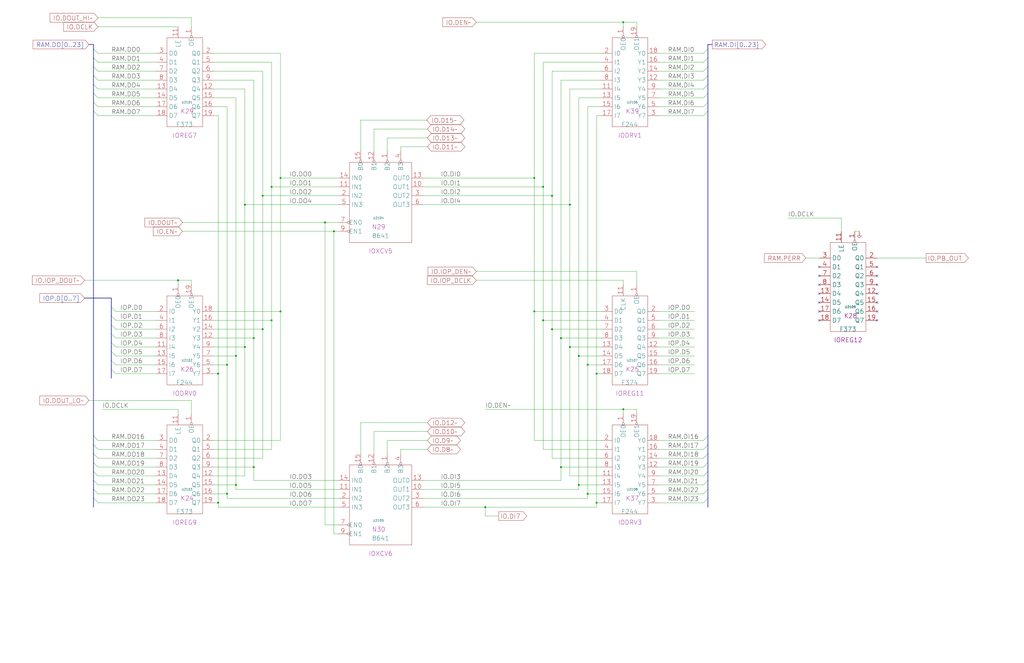
<source format=kicad_sch>
(kicad_sch (version 20220126) (generator eeschema)
  (paper "User" 584.2 378.46)
  (title_block (title "IO BUS\\nMSB DATA PATHS") (date "22-SEP-90") (rev "2.0") (comment 1 "IOC") (comment 2 "232-003061") (comment 3 "S400") (comment 4 "RELEASED"))
  (lib_symbols
    (symbol "r1000:8641" (pin_names (offset 1.016))
      (property "Reference" "U" (at 2.54 5.08 0))
      (property "Value" "8641" (at -1.27 -5.08 0))
      (property "Location" "___" (at -1.27 0 0))
      (property "Name" "______" (at 3.81 -15.24 0))
      (symbol "8641_1_1"
        (circle (center -14.605 -2.54) (radius 0.635))
        (circle (center -14.605 2.54) (radius 0.635))
        (rectangle (start -13.97 36.83) (end 21.59 -8.89))
        (circle (center -7.62 37.465) (radius 0.635))
        (circle (center 0 37.465) (radius 0.635))
        (circle (center 7.62 37.465) (radius 0.635))
        (circle (center 15.24 37.465) (radius 0.635))
        (pin bidirectional line (at 7.62 43.18 270) (length 5.08) (name "B2") (number "1"))
        (pin output line (at 27.94 22.86 180) (length 6.35) (name "OUT1") (number "10"))
        (pin input line (at -20.32 22.86 0) (length 6.35) (name "IN1") (number "11"))
        (pin bidirectional line (at 0 43.18 270) (length 5.08) (name "B1") (number "12"))
        (pin output line (at 27.94 27.94 180) (length 6.35) (name "OUT0") (number "13"))
        (pin input line (at -20.32 27.94 0) (length 6.35) (name "IN0") (number "14"))
        (pin bidirectional line (at -7.62 43.18 270) (length 5.08) (name "B0") (number "15"))
        (pin input line (at -20.32 17.78 0) (length 6.35) (name "IN2") (number "2"))
        (pin output line (at 27.94 17.78 180) (length 6.35) (name "OUT2") (number "3"))
        (pin bidirectional line (at 15.24 43.18 270) (length 5.08) (name "B3") (number "4"))
        (pin input line (at -20.32 12.7 0) (length 6.35) (name "IN3") (number "5"))
        (pin output line (at 27.94 12.7 180) (length 6.35) (name "OUT3") (number "6"))
        (pin input line (at -20.32 2.54 0) (length 5.08) (name "EN0") (number "7"))
        (pin input line (at -20.32 -2.54 0) (length 5.08) (name "EN1") (number "9"))
      )
    )
    (symbol "r1000:F244" (pin_names (offset 1.016))
      (property "Reference" "U" (at 2.54 5.08 0))
      (property "Value" "F244" (at -3.81 -7.62 0))
      (property "Location" "___" (at -1.27 0 0))
      (property "Name" "______" (at 1.27 -15.24 0))
      (symbol "F244_1_1"
        (rectangle (start -8.89 41.91) (end 11.43 -8.89))
        (circle (center -2.54 42.545) (radius 0.635))
        (circle (center 5.08 42.545) (radius 0.635))
        (pin input line (at -2.54 48.26 270) (length 5.08) (name "OE0") (number "1"))
        (pin input line (at -15.24 12.7 0) (length 6.35) (name "I4") (number "11"))
        (pin tri_state line (at 17.78 17.78 180) (length 6.35) (name "Y3") (number "12"))
        (pin input line (at -15.24 7.62 0) (length 6.35) (name "I5") (number "13"))
        (pin tri_state line (at 17.78 22.86 180) (length 6.35) (name "Y2") (number "14"))
        (pin input line (at -15.24 2.54 0) (length 6.35) (name "I6") (number "15"))
        (pin tri_state line (at 17.78 27.94 180) (length 6.35) (name "Y1") (number "16"))
        (pin input line (at -15.24 -2.54 0) (length 6.35) (name "I7") (number "17"))
        (pin tri_state line (at 17.78 33.02 180) (length 6.35) (name "Y0") (number "18"))
        (pin input line (at 5.08 48.26 270) (length 5.08) (name "OE1") (number "19"))
        (pin input line (at -15.24 33.02 0) (length 6.35) (name "I0") (number "2"))
        (pin tri_state line (at 17.78 -2.54 180) (length 6.35) (name "Y7") (number "3"))
        (pin input line (at -15.24 27.94 0) (length 6.35) (name "I1") (number "4"))
        (pin tri_state line (at 17.78 2.54 180) (length 6.35) (name "Y6") (number "5"))
        (pin input line (at -15.24 22.86 0) (length 6.35) (name "I2") (number "6"))
        (pin tri_state line (at 17.78 7.62 180) (length 6.35) (name "Y5") (number "7"))
        (pin input line (at -15.24 17.78 0) (length 6.35) (name "I3") (number "8"))
        (pin tri_state line (at 17.78 12.7 180) (length 6.35) (name "Y4") (number "9"))
      )
    )
    (symbol "r1000:F373" (pin_names (offset 1.016))
      (property "Reference" "U" (at 2.54 5.08 0))
      (property "Value" "F373" (at -3.81 -7.62 0))
      (property "Location" "___" (at -1.27 0 0))
      (property "Name" "______" (at 1.27 -15.24 0))
      (symbol "F373_1_1"
        (rectangle (start -8.89 41.91) (end 11.43 -8.89))
        (circle (center 5.08 42.545) (radius 0.635))
        (pin input line (at 5.08 48.26 270) (length 5.08) (name "OE") (number "1"))
        (pin input line (at -2.54 48.26 270) (length 6.35) (name "LE") (number "11"))
        (pin tri_state line (at 17.78 12.7 180) (length 6.35) (name "Q4") (number "12"))
        (pin input line (at -15.24 12.7 0) (length 6.35) (name "D4") (number "13"))
        (pin input line (at -15.24 7.62 0) (length 6.35) (name "D5") (number "14"))
        (pin tri_state line (at 17.78 7.62 180) (length 6.35) (name "Q5") (number "15"))
        (pin tri_state line (at 17.78 2.54 180) (length 6.35) (name "Q6") (number "16"))
        (pin input line (at -15.24 2.54 0) (length 6.35) (name "D6") (number "17"))
        (pin input line (at -15.24 -2.54 0) (length 6.35) (name "D7") (number "18"))
        (pin tri_state line (at 17.78 -2.54 180) (length 6.35) (name "Q7") (number "19"))
        (pin tri_state line (at 17.78 33.02 180) (length 6.35) (name "Q0") (number "2"))
        (pin input line (at -15.24 33.02 0) (length 6.35) (name "D0") (number "3"))
        (pin input line (at -15.24 27.94 0) (length 6.35) (name "D1") (number "4"))
        (pin tri_state line (at 17.78 27.94 180) (length 6.35) (name "Q1") (number "5"))
        (pin tri_state line (at 17.78 22.86 180) (length 6.35) (name "Q2") (number "6"))
        (pin input line (at -15.24 22.86 0) (length 6.35) (name "D2") (number "7"))
        (pin input line (at -15.24 17.78 0) (length 6.35) (name "D3") (number "8"))
        (pin tri_state line (at 17.78 17.78 180) (length 6.35) (name "Q3") (number "9"))
      )
    )
    (symbol "r1000:F374" (pin_names (offset 1.016))
      (property "Reference" "U" (at 2.54 5.08 0))
      (property "Value" "F374" (at -3.81 -7.62 0))
      (property "Location" "___" (at -1.27 0 0))
      (property "Name" "______" (at 1.27 -15.24 0))
      (symbol "F374_1_1"
        (rectangle (start -8.89 41.91) (end 11.43 -8.89))
        (circle (center 5.08 42.545) (radius 0.635))
        (pin input line (at 5.08 48.26 270) (length 5.08) (name "OE") (number "1"))
        (pin input line (at -2.54 48.26 270) (length 6.35) (name "CLK") (number "11"))
        (pin tri_state line (at 17.78 12.7 180) (length 6.35) (name "Q4") (number "12"))
        (pin input line (at -15.24 12.7 0) (length 6.35) (name "D4") (number "13"))
        (pin input line (at -15.24 7.62 0) (length 6.35) (name "D5") (number "14"))
        (pin tri_state line (at 17.78 7.62 180) (length 6.35) (name "Q5") (number "15"))
        (pin tri_state line (at 17.78 2.54 180) (length 6.35) (name "Q6") (number "16"))
        (pin input line (at -15.24 2.54 0) (length 6.35) (name "D6") (number "17"))
        (pin input line (at -15.24 -2.54 0) (length 6.35) (name "D7") (number "18"))
        (pin tri_state line (at 17.78 -2.54 180) (length 6.35) (name "Q7") (number "19"))
        (pin tri_state line (at 17.78 33.02 180) (length 6.35) (name "Q0") (number "2"))
        (pin input line (at -15.24 33.02 0) (length 6.35) (name "D0") (number "3"))
        (pin input line (at -15.24 27.94 0) (length 6.35) (name "D1") (number "4"))
        (pin tri_state line (at 17.78 27.94 180) (length 6.35) (name "Q1") (number "5"))
        (pin tri_state line (at 17.78 22.86 180) (length 6.35) (name "Q2") (number "6"))
        (pin input line (at -15.24 22.86 0) (length 6.35) (name "D2") (number "7"))
        (pin input line (at -15.24 17.78 0) (length 6.35) (name "D3") (number "8"))
        (pin tri_state line (at 17.78 17.78 180) (length 6.35) (name "Q3") (number "9"))
      )
    )
    (symbol "r1000:PD" (power) (pin_numbers hide) (pin_names hide) (in_bom no)
      (symbol "PD_0_1"
        (polyline (pts (xy 0 -2.54) (xy 1.27 -2.54) (xy 0 -3.81) (xy -1.27 -2.54) (xy 0 -2.54)) (stroke (width 0.1524)))
      )
      (symbol "PD_1_1"
        (pin power_in line (at 0 0 270) (length 2.54) (name "PD") (number "1"))
      )
    )
  )
  (bus (pts (xy 403.86 248.92) (xy 403.86 254)))
  (bus (pts (xy 403.86 25.4) (xy 403.86 27.94)))
  (bus (pts (xy 403.86 25.4) (xy 406.4 25.4)))
  (bus (pts (xy 403.86 254) (xy 403.86 259.08)))
  (bus (pts (xy 403.86 259.08) (xy 403.86 264.16)))
  (bus (pts (xy 403.86 264.16) (xy 403.86 269.24)))
  (bus (pts (xy 403.86 269.24) (xy 403.86 274.32)))
  (bus (pts (xy 403.86 27.94) (xy 403.86 33.02)))
  (bus (pts (xy 403.86 274.32) (xy 403.86 279.4)))
  (bus (pts (xy 403.86 279.4) (xy 403.86 284.48)))
  (bus (pts (xy 403.86 284.48) (xy 403.86 289.56)))
  (bus (pts (xy 403.86 33.02) (xy 403.86 38.1)))
  (bus (pts (xy 403.86 38.1) (xy 403.86 43.18)))
  (bus (pts (xy 403.86 43.18) (xy 403.86 48.26)))
  (bus (pts (xy 403.86 48.26) (xy 403.86 53.34)))
  (bus (pts (xy 403.86 53.34) (xy 403.86 58.42)))
  (bus (pts (xy 403.86 58.42) (xy 403.86 63.5)))
  (bus (pts (xy 403.86 63.5) (xy 403.86 248.92)))
  (bus (pts (xy 48.26 170.18) (xy 63.5 170.18)))
  (bus (pts (xy 50.8 25.4) (xy 53.34 25.4)))
  (bus (pts (xy 53.34 248.92) (xy 53.34 254)))
  (bus (pts (xy 53.34 25.4) (xy 53.34 27.94)))
  (bus (pts (xy 53.34 254) (xy 53.34 259.08)))
  (bus (pts (xy 53.34 259.08) (xy 53.34 264.16)))
  (bus (pts (xy 53.34 264.16) (xy 53.34 269.24)))
  (bus (pts (xy 53.34 269.24) (xy 53.34 274.32)))
  (bus (pts (xy 53.34 27.94) (xy 53.34 33.02)))
  (bus (pts (xy 53.34 274.32) (xy 53.34 279.4)))
  (bus (pts (xy 53.34 279.4) (xy 53.34 284.48)))
  (bus (pts (xy 53.34 284.48) (xy 53.34 289.56)))
  (bus (pts (xy 53.34 33.02) (xy 53.34 38.1)))
  (bus (pts (xy 53.34 38.1) (xy 53.34 43.18)))
  (bus (pts (xy 53.34 43.18) (xy 53.34 48.26)))
  (bus (pts (xy 53.34 48.26) (xy 53.34 53.34)))
  (bus (pts (xy 53.34 53.34) (xy 53.34 58.42)))
  (bus (pts (xy 53.34 58.42) (xy 53.34 63.5)))
  (bus (pts (xy 53.34 63.5) (xy 53.34 248.92)))
  (bus (pts (xy 63.5 170.18) (xy 63.5 175.26)))
  (bus (pts (xy 63.5 175.26) (xy 63.5 180.34)))
  (bus (pts (xy 63.5 180.34) (xy 63.5 185.42)))
  (bus (pts (xy 63.5 185.42) (xy 63.5 190.5)))
  (bus (pts (xy 63.5 190.5) (xy 63.5 195.58)))
  (bus (pts (xy 63.5 195.58) (xy 63.5 200.66)))
  (bus (pts (xy 63.5 200.66) (xy 63.5 205.74)))
  (bus (pts (xy 63.5 205.74) (xy 63.5 210.82)))
  (bus (pts (xy 63.5 210.82) (xy 63.5 215.9)))
  (wire (pts (xy 101.6 160.02) (xy 101.6 162.56)))
  (wire (pts (xy 101.6 160.02) (xy 109.22 160.02)))
  (wire (pts (xy 101.6 233.68) (xy 101.6 236.22)))
  (wire (pts (xy 104.14 127) (xy 185.42 127)))
  (wire (pts (xy 104.14 132.08) (xy 190.5 132.08)))
  (wire (pts (xy 109.22 10.16) (xy 109.22 15.24)))
  (wire (pts (xy 109.22 160.02) (xy 109.22 162.56)))
  (wire (pts (xy 109.22 228.6) (xy 109.22 236.22)))
  (wire (pts (xy 121.92 177.8) (xy 160.02 177.8)))
  (wire (pts (xy 121.92 182.88) (xy 154.94 182.88)))
  (wire (pts (xy 121.92 187.96) (xy 149.86 187.96)))
  (wire (pts (xy 121.92 193.04) (xy 144.78 193.04)))
  (wire (pts (xy 121.92 198.12) (xy 139.7 198.12)))
  (wire (pts (xy 121.92 203.2) (xy 134.62 203.2)))
  (wire (pts (xy 121.92 208.28) (xy 129.54 208.28)))
  (wire (pts (xy 121.92 213.36) (xy 124.46 213.36)))
  (wire (pts (xy 121.92 256.54) (xy 154.94 256.54)))
  (wire (pts (xy 121.92 266.7) (xy 144.78 266.7)))
  (wire (pts (xy 121.92 271.78) (xy 139.7 271.78)))
  (wire (pts (xy 121.92 276.86) (xy 134.62 276.86)))
  (wire (pts (xy 121.92 287.02) (xy 124.46 287.02)))
  (wire (pts (xy 121.92 30.48) (xy 160.02 30.48)))
  (wire (pts (xy 121.92 40.64) (xy 149.86 40.64)))
  (wire (pts (xy 121.92 50.8) (xy 139.7 50.8)))
  (wire (pts (xy 121.92 60.96) (xy 129.54 60.96)))
  (wire (pts (xy 124.46 213.36) (xy 124.46 287.02)))
  (wire (pts (xy 124.46 287.02) (xy 124.46 289.56)))
  (wire (pts (xy 124.46 289.56) (xy 193.04 289.56)))
  (wire (pts (xy 124.46 66.04) (xy 121.92 66.04)))
  (wire (pts (xy 124.46 66.04) (xy 124.46 213.36)))
  (wire (pts (xy 129.54 208.28) (xy 129.54 281.94)))
  (wire (pts (xy 129.54 281.94) (xy 121.92 281.94)))
  (wire (pts (xy 129.54 284.48) (xy 129.54 281.94)))
  (wire (pts (xy 129.54 60.96) (xy 129.54 208.28)))
  (wire (pts (xy 134.62 203.2) (xy 134.62 55.88)))
  (wire (pts (xy 134.62 276.86) (xy 134.62 203.2)))
  (wire (pts (xy 134.62 276.86) (xy 134.62 279.4)))
  (wire (pts (xy 134.62 279.4) (xy 193.04 279.4)))
  (wire (pts (xy 134.62 55.88) (xy 121.92 55.88)))
  (wire (pts (xy 139.7 116.84) (xy 139.7 198.12)))
  (wire (pts (xy 139.7 116.84) (xy 193.04 116.84)))
  (wire (pts (xy 139.7 198.12) (xy 139.7 271.78)))
  (wire (pts (xy 139.7 50.8) (xy 139.7 116.84)))
  (wire (pts (xy 144.78 193.04) (xy 144.78 45.72)))
  (wire (pts (xy 144.78 266.7) (xy 144.78 193.04)))
  (wire (pts (xy 144.78 274.32) (xy 144.78 266.7)))
  (wire (pts (xy 144.78 45.72) (xy 121.92 45.72)))
  (wire (pts (xy 149.86 111.76) (xy 149.86 187.96)))
  (wire (pts (xy 149.86 111.76) (xy 193.04 111.76)))
  (wire (pts (xy 149.86 187.96) (xy 149.86 261.62)))
  (wire (pts (xy 149.86 261.62) (xy 121.92 261.62)))
  (wire (pts (xy 149.86 40.64) (xy 149.86 111.76)))
  (wire (pts (xy 154.94 106.68) (xy 154.94 35.56)))
  (wire (pts (xy 154.94 106.68) (xy 193.04 106.68)))
  (wire (pts (xy 154.94 182.88) (xy 154.94 106.68)))
  (wire (pts (xy 154.94 256.54) (xy 154.94 182.88)))
  (wire (pts (xy 154.94 35.56) (xy 121.92 35.56)))
  (wire (pts (xy 160.02 101.6) (xy 160.02 177.8)))
  (wire (pts (xy 160.02 101.6) (xy 193.04 101.6)))
  (wire (pts (xy 160.02 177.8) (xy 160.02 251.46)))
  (wire (pts (xy 160.02 251.46) (xy 121.92 251.46)))
  (wire (pts (xy 160.02 30.48) (xy 160.02 101.6)))
  (wire (pts (xy 185.42 127) (xy 185.42 299.72)))
  (wire (pts (xy 185.42 299.72) (xy 193.04 299.72)))
  (wire (pts (xy 190.5 132.08) (xy 193.04 132.08)))
  (wire (pts (xy 190.5 304.8) (xy 190.5 132.08)))
  (wire (pts (xy 193.04 127) (xy 185.42 127)))
  (wire (pts (xy 193.04 274.32) (xy 144.78 274.32)))
  (wire (pts (xy 193.04 284.48) (xy 129.54 284.48)))
  (wire (pts (xy 193.04 304.8) (xy 190.5 304.8)))
  (wire (pts (xy 205.74 241.3) (xy 205.74 259.08)))
  (wire (pts (xy 205.74 68.58) (xy 205.74 86.36)))
  (wire (pts (xy 213.36 246.38) (xy 243.84 246.38)))
  (wire (pts (xy 213.36 259.08) (xy 213.36 246.38)))
  (wire (pts (xy 213.36 73.66) (xy 243.84 73.66)))
  (wire (pts (xy 213.36 86.36) (xy 213.36 73.66)))
  (wire (pts (xy 220.98 251.46) (xy 220.98 259.08)))
  (wire (pts (xy 220.98 78.74) (xy 220.98 86.36)))
  (wire (pts (xy 228.6 256.54) (xy 243.84 256.54)))
  (wire (pts (xy 228.6 259.08) (xy 228.6 256.54)))
  (wire (pts (xy 228.6 83.82) (xy 243.84 83.82)))
  (wire (pts (xy 228.6 86.36) (xy 228.6 83.82)))
  (wire (pts (xy 241.3 101.6) (xy 304.8 101.6)))
  (wire (pts (xy 241.3 106.68) (xy 309.88 106.68)))
  (wire (pts (xy 241.3 111.76) (xy 314.96 111.76)))
  (wire (pts (xy 241.3 116.84) (xy 325.12 116.84)))
  (wire (pts (xy 241.3 274.32) (xy 320.04 274.32)))
  (wire (pts (xy 241.3 279.4) (xy 330.2 279.4)))
  (wire (pts (xy 241.3 284.48) (xy 335.28 284.48)))
  (wire (pts (xy 241.3 289.56) (xy 276.86 289.56)))
  (wire (pts (xy 243.84 241.3) (xy 205.74 241.3)))
  (wire (pts (xy 243.84 251.46) (xy 220.98 251.46)))
  (wire (pts (xy 243.84 68.58) (xy 205.74 68.58)))
  (wire (pts (xy 243.84 78.74) (xy 220.98 78.74)))
  (wire (pts (xy 271.78 12.7) (xy 355.6 12.7)))
  (wire (pts (xy 271.78 154.94) (xy 363.22 154.94)))
  (wire (pts (xy 271.78 160.02) (xy 355.6 160.02)))
  (wire (pts (xy 276.86 233.68) (xy 355.6 233.68)))
  (wire (pts (xy 276.86 289.56) (xy 276.86 294.64)))
  (wire (pts (xy 276.86 289.56) (xy 340.36 289.56)))
  (wire (pts (xy 284.48 294.64) (xy 276.86 294.64)))
  (wire (pts (xy 304.8 101.6) (xy 304.8 177.8)))
  (wire (pts (xy 304.8 177.8) (xy 304.8 251.46)))
  (wire (pts (xy 304.8 177.8) (xy 342.9 177.8)))
  (wire (pts (xy 304.8 251.46) (xy 342.9 251.46)))
  (wire (pts (xy 304.8 30.48) (xy 304.8 101.6)))
  (wire (pts (xy 309.88 106.68) (xy 309.88 35.56)))
  (wire (pts (xy 309.88 182.88) (xy 309.88 106.68)))
  (wire (pts (xy 309.88 182.88) (xy 342.9 182.88)))
  (wire (pts (xy 309.88 256.54) (xy 309.88 182.88)))
  (wire (pts (xy 309.88 35.56) (xy 342.9 35.56)))
  (wire (pts (xy 314.96 111.76) (xy 314.96 187.96)))
  (wire (pts (xy 314.96 187.96) (xy 314.96 261.62)))
  (wire (pts (xy 314.96 187.96) (xy 342.9 187.96)))
  (wire (pts (xy 314.96 261.62) (xy 342.9 261.62)))
  (wire (pts (xy 314.96 40.64) (xy 314.96 111.76)))
  (wire (pts (xy 314.96 40.64) (xy 342.9 40.64)))
  (wire (pts (xy 320.04 193.04) (xy 320.04 266.7)))
  (wire (pts (xy 320.04 193.04) (xy 342.9 193.04)))
  (wire (pts (xy 320.04 266.7) (xy 342.9 266.7)))
  (wire (pts (xy 320.04 274.32) (xy 320.04 266.7)))
  (wire (pts (xy 320.04 45.72) (xy 320.04 193.04)))
  (wire (pts (xy 320.04 45.72) (xy 342.9 45.72)))
  (wire (pts (xy 325.12 116.84) (xy 325.12 50.8)))
  (wire (pts (xy 325.12 198.12) (xy 325.12 116.84)))
  (wire (pts (xy 325.12 198.12) (xy 342.9 198.12)))
  (wire (pts (xy 325.12 271.78) (xy 325.12 198.12)))
  (wire (pts (xy 325.12 50.8) (xy 342.9 50.8)))
  (wire (pts (xy 330.2 203.2) (xy 330.2 276.86)))
  (wire (pts (xy 330.2 203.2) (xy 342.9 203.2)))
  (wire (pts (xy 330.2 276.86) (xy 342.9 276.86)))
  (wire (pts (xy 330.2 279.4) (xy 330.2 276.86)))
  (wire (pts (xy 330.2 55.88) (xy 330.2 203.2)))
  (wire (pts (xy 335.28 208.28) (xy 335.28 60.96)))
  (wire (pts (xy 335.28 208.28) (xy 342.9 208.28)))
  (wire (pts (xy 335.28 281.94) (xy 335.28 208.28)))
  (wire (pts (xy 335.28 284.48) (xy 335.28 281.94)))
  (wire (pts (xy 335.28 60.96) (xy 342.9 60.96)))
  (wire (pts (xy 340.36 213.36) (xy 340.36 287.02)))
  (wire (pts (xy 340.36 213.36) (xy 342.9 213.36)))
  (wire (pts (xy 340.36 287.02) (xy 342.9 287.02)))
  (wire (pts (xy 340.36 289.56) (xy 340.36 287.02)))
  (wire (pts (xy 340.36 66.04) (xy 340.36 213.36)))
  (wire (pts (xy 342.9 256.54) (xy 309.88 256.54)))
  (wire (pts (xy 342.9 271.78) (xy 325.12 271.78)))
  (wire (pts (xy 342.9 281.94) (xy 335.28 281.94)))
  (wire (pts (xy 342.9 30.48) (xy 304.8 30.48)))
  (wire (pts (xy 342.9 55.88) (xy 330.2 55.88)))
  (wire (pts (xy 342.9 66.04) (xy 340.36 66.04)))
  (wire (pts (xy 355.6 12.7) (xy 355.6 15.24)))
  (wire (pts (xy 355.6 12.7) (xy 363.22 12.7)))
  (wire (pts (xy 355.6 160.02) (xy 355.6 162.56)))
  (wire (pts (xy 355.6 233.68) (xy 355.6 236.22)))
  (wire (pts (xy 355.6 233.68) (xy 363.22 233.68)))
  (wire (pts (xy 363.22 12.7) (xy 363.22 15.24)))
  (wire (pts (xy 363.22 154.94) (xy 363.22 162.56)))
  (wire (pts (xy 363.22 233.68) (xy 363.22 236.22)))
  (wire (pts (xy 375.92 177.8) (xy 396.24 177.8)))
  (wire (pts (xy 375.92 182.88) (xy 396.24 182.88)))
  (wire (pts (xy 375.92 187.96) (xy 396.24 187.96)))
  (wire (pts (xy 375.92 193.04) (xy 396.24 193.04)))
  (wire (pts (xy 375.92 198.12) (xy 396.24 198.12)))
  (wire (pts (xy 375.92 203.2) (xy 396.24 203.2)))
  (wire (pts (xy 375.92 208.28) (xy 396.24 208.28)))
  (wire (pts (xy 375.92 213.36) (xy 396.24 213.36)))
  (wire (pts (xy 375.92 251.46) (xy 401.32 251.46)))
  (wire (pts (xy 375.92 256.54) (xy 401.32 256.54)))
  (wire (pts (xy 375.92 261.62) (xy 401.32 261.62)))
  (wire (pts (xy 375.92 266.7) (xy 401.32 266.7)))
  (wire (pts (xy 375.92 271.78) (xy 401.32 271.78)))
  (wire (pts (xy 375.92 276.86) (xy 401.32 276.86)))
  (wire (pts (xy 375.92 281.94) (xy 401.32 281.94)))
  (wire (pts (xy 375.92 287.02) (xy 401.32 287.02)))
  (wire (pts (xy 375.92 30.48) (xy 401.32 30.48)))
  (wire (pts (xy 375.92 35.56) (xy 401.32 35.56)))
  (wire (pts (xy 375.92 40.64) (xy 401.32 40.64)))
  (wire (pts (xy 375.92 45.72) (xy 401.32 45.72)))
  (wire (pts (xy 375.92 50.8) (xy 401.32 50.8)))
  (wire (pts (xy 375.92 55.88) (xy 401.32 55.88)))
  (wire (pts (xy 375.92 60.96) (xy 401.32 60.96)))
  (wire (pts (xy 375.92 66.04) (xy 401.32 66.04)))
  (wire (pts (xy 449.58 124.46) (xy 480.06 124.46)))
  (wire (pts (xy 459.74 147.32) (xy 467.36 147.32)))
  (wire (pts (xy 48.26 160.02) (xy 101.6 160.02)))
  (wire (pts (xy 480.06 124.46) (xy 480.06 132.08)))
  (wire (pts (xy 487.68 132.08) (xy 490.22 132.08)))
  (wire (pts (xy 50.8 228.6) (xy 109.22 228.6)))
  (wire (pts (xy 500.38 147.32) (xy 528.32 147.32)))
  (wire (pts (xy 55.88 10.16) (xy 109.22 10.16)))
  (wire (pts (xy 55.88 15.24) (xy 101.6 15.24)))
  (wire (pts (xy 55.88 251.46) (xy 88.9 251.46)))
  (wire (pts (xy 55.88 256.54) (xy 88.9 256.54)))
  (wire (pts (xy 55.88 261.62) (xy 88.9 261.62)))
  (wire (pts (xy 55.88 266.7) (xy 88.9 266.7)))
  (wire (pts (xy 55.88 271.78) (xy 88.9 271.78)))
  (wire (pts (xy 55.88 276.86) (xy 88.9 276.86)))
  (wire (pts (xy 55.88 281.94) (xy 88.9 281.94)))
  (wire (pts (xy 55.88 287.02) (xy 88.9 287.02)))
  (wire (pts (xy 55.88 30.48) (xy 88.9 30.48)))
  (wire (pts (xy 55.88 35.56) (xy 88.9 35.56)))
  (wire (pts (xy 55.88 40.64) (xy 88.9 40.64)))
  (wire (pts (xy 55.88 45.72) (xy 88.9 45.72)))
  (wire (pts (xy 55.88 50.8) (xy 88.9 50.8)))
  (wire (pts (xy 55.88 55.88) (xy 88.9 55.88)))
  (wire (pts (xy 55.88 60.96) (xy 88.9 60.96)))
  (wire (pts (xy 55.88 66.04) (xy 88.9 66.04)))
  (wire (pts (xy 58.42 233.68) (xy 101.6 233.68)))
  (wire (pts (xy 66.04 177.8) (xy 88.9 177.8)))
  (wire (pts (xy 66.04 182.88) (xy 88.9 182.88)))
  (wire (pts (xy 66.04 187.96) (xy 88.9 187.96)))
  (wire (pts (xy 66.04 193.04) (xy 88.9 193.04)))
  (wire (pts (xy 66.04 198.12) (xy 88.9 198.12)))
  (wire (pts (xy 66.04 203.2) (xy 88.9 203.2)))
  (wire (pts (xy 66.04 208.28) (xy 88.9 208.28)))
  (wire (pts (xy 66.04 213.36) (xy 88.9 213.36)))
  (global_label "IO.IOP_DOUT~" (shape input) (at 48.26 160.02 180) (effects (font (size 2.54 2.54))) (property "Intersheet References" "${INTERSHEET_REFS}" (at 18.0159 159.8613 0) (effects (font (size 1.905 1.905)) (justify right))))
  (global_label "IOP.D[0..7]" (shape input) (at 48.26 170.18 180) (effects (font (size 2.54 2.54))) (property "Intersheet References" "${INTERSHEET_REFS}" (at 22.2492 170.0213 0) (effects (font (size 1.905 1.905)) (justify right))))
  (global_label "RAM.DO[0..23]" (shape input) (at 50.8 25.4 180) (effects (font (size 2.54 2.54))) (property "Intersheet References" "${INTERSHEET_REFS}" (at 18.4997 25.2413 0) (effects (font (size 1.905 1.905)) (justify right))))
  (global_label "IO.DOUT_LO~" (shape input) (at 50.8 228.6 180) (effects (font (size 2.54 2.54))) (property "Intersheet References" "${INTERSHEET_REFS}" (at 22.2492 228.4413 0) (effects (font (size 1.905 1.905)) (justify right))))
  (bus_entry (at 53.34 27.94) (size 2.54 2.54))
  (bus_entry (at 53.34 33.02) (size 2.54 2.54))
  (bus_entry (at 53.34 38.1) (size 2.54 2.54))
  (bus_entry (at 53.34 43.18) (size 2.54 2.54))
  (bus_entry (at 53.34 48.26) (size 2.54 2.54))
  (bus_entry (at 53.34 53.34) (size 2.54 2.54))
  (bus_entry (at 53.34 58.42) (size 2.54 2.54))
  (bus_entry (at 53.34 63.5) (size 2.54 2.54))
  (bus_entry (at 53.34 248.92) (size 2.54 2.54))
  (bus_entry (at 53.34 254) (size 2.54 2.54))
  (bus_entry (at 53.34 259.08) (size 2.54 2.54))
  (bus_entry (at 53.34 264.16) (size 2.54 2.54))
  (bus_entry (at 53.34 269.24) (size 2.54 2.54))
  (bus_entry (at 53.34 274.32) (size 2.54 2.54))
  (bus_entry (at 53.34 279.4) (size 2.54 2.54))
  (bus_entry (at 53.34 284.48) (size 2.54 2.54))
  (global_label "IO.DOUT_HI~" (shape input) (at 55.88 10.16 180) (effects (font (size 2.54 2.54))) (property "Intersheet References" "${INTERSHEET_REFS}" (at 28.1759 10.0013 0) (effects (font (size 1.905 1.905)) (justify right))))
  (global_label "IO.DCLK" (shape input) (at 55.88 15.24 180) (effects (font (size 2.54 2.54))) (property "Intersheet References" "${INTERSHEET_REFS}" (at 35.9168 15.0813 0) (effects (font (size 1.905 1.905)) (justify right))))
  (label "IO.DCLK" (at 58.42 233.68 0) (effects (font (size 2.54 2.54))))
  (label "RAM.DO0" (at 63.5 30.48 0) (effects (font (size 2.54 2.54))))
  (label "RAM.DO1" (at 63.5 35.56 0) (effects (font (size 2.54 2.54))))
  (label "RAM.DO2" (at 63.5 40.64 0) (effects (font (size 2.54 2.54))))
  (label "RAM.DO3" (at 63.5 45.72 0) (effects (font (size 2.54 2.54))))
  (label "RAM.DO4" (at 63.5 50.8 0) (effects (font (size 2.54 2.54))))
  (label "RAM.DO5" (at 63.5 55.88 0) (effects (font (size 2.54 2.54))))
  (label "RAM.DO6" (at 63.5 60.96 0) (effects (font (size 2.54 2.54))))
  (label "RAM.DO7" (at 63.5 66.04 0) (effects (font (size 2.54 2.54))))
  (bus_entry (at 63.5 175.26) (size 2.54 2.54))
  (bus_entry (at 63.5 180.34) (size 2.54 2.54))
  (bus_entry (at 63.5 185.42) (size 2.54 2.54))
  (bus_entry (at 63.5 190.5) (size 2.54 2.54))
  (bus_entry (at 63.5 195.58) (size 2.54 2.54))
  (bus_entry (at 63.5 200.66) (size 2.54 2.54))
  (bus_entry (at 63.5 205.74) (size 2.54 2.54))
  (bus_entry (at 63.5 210.82) (size 2.54 2.54))
  (label "RAM.DO16" (at 63.5 251.46 0) (effects (font (size 2.54 2.54))))
  (label "RAM.DO17" (at 63.5 256.54 0) (effects (font (size 2.54 2.54))))
  (label "RAM.DO18" (at 63.5 261.62 0) (effects (font (size 2.54 2.54))))
  (label "RAM.DO19" (at 63.5 266.7 0) (effects (font (size 2.54 2.54))))
  (label "RAM.DO20" (at 63.5 271.78 0) (effects (font (size 2.54 2.54))))
  (label "RAM.DO21" (at 63.5 276.86 0) (effects (font (size 2.54 2.54))))
  (label "RAM.DO22" (at 63.5 281.94 0) (effects (font (size 2.54 2.54))))
  (label "RAM.DO23" (at 63.5 287.02 0) (effects (font (size 2.54 2.54))))
  (label "IOP.D0" (at 68.58 177.8 0) (effects (font (size 2.54 2.54))))
  (label "IOP.D1" (at 68.58 182.88 0) (effects (font (size 2.54 2.54))))
  (label "IOP.D2" (at 68.58 187.96 0) (effects (font (size 2.54 2.54))))
  (label "IOP.D3" (at 68.58 193.04 0) (effects (font (size 2.54 2.54))))
  (label "IOP.D4" (at 68.58 198.12 0) (effects (font (size 2.54 2.54))))
  (label "IOP.D5" (at 68.58 203.2 0) (effects (font (size 2.54 2.54))))
  (label "IOP.D6" (at 68.58 208.28 0) (effects (font (size 2.54 2.54))))
  (label "IOP.D7" (at 68.58 213.36 0) (effects (font (size 2.54 2.54))))
  (junction (at 101.6 160.02))
  (symbol (lib_id "r1000:F373") (at 104.14 63.5 0) (unit 1)
    (property "Reference" "U2101" (at 106.68 58.42 0))
    (property "Value" "F373" (at 100.33 71.12 0) (effects (font (size 2.54 2.54)) (justify left)))
    (property "Location" "K29" (at 102.87 63.5 0) (effects (font (size 2.54 2.54)) (justify left)))
    (property "Name" "IOREG7" (at 105.41 78.74 0) (effects (font (size 2.54 2.54)) (justify bottom)))
  )
  (global_label "IO.DOUT~" (shape input) (at 104.14 127 180) (effects (font (size 2.54 2.54))) (property "Intersheet References" "${INTERSHEET_REFS}" (at 82.2416 126.8413 0) (effects (font (size 1.905 1.905)) (justify right))))
  (global_label "IO.EN~" (shape input) (at 104.14 132.08 180) (effects (font (size 2.54 2.54))) (property "Intersheet References" "${INTERSHEET_REFS}" (at 87.0797 131.9213 0) (effects (font (size 1.905 1.905)) (justify right))))
  (symbol (lib_id "r1000:F244") (at 104.14 210.82 0) (unit 1)
    (property "Reference" "U2102" (at 106.68 205.74 0))
    (property "Value" "F244" (at 100.33 218.44 0) (effects (font (size 2.54 2.54)) (justify left)))
    (property "Location" "K26" (at 102.87 210.82 0) (effects (font (size 2.54 2.54)) (justify left)))
    (property "Name" "IODRV0" (at 105.41 226.06 0) (effects (font (size 2.54 2.54)) (justify bottom)))
  )
  (symbol (lib_id "r1000:F373") (at 104.14 284.48 0) (unit 1)
    (property "Reference" "U2103" (at 106.68 279.4 0))
    (property "Value" "F373" (at 100.33 292.1 0) (effects (font (size 2.54 2.54)) (justify left)))
    (property "Location" "K24" (at 102.87 284.48 0) (effects (font (size 2.54 2.54)) (justify left)))
    (property "Name" "IOREG9" (at 105.41 299.72 0) (effects (font (size 2.54 2.54)) (justify bottom)))
  )
  (junction (at 124.46 213.36))
  (junction (at 124.46 287.02))
  (junction (at 129.54 208.28))
  (junction (at 129.54 281.94))
  (junction (at 134.62 203.2))
  (junction (at 134.62 276.86))
  (junction (at 139.7 116.84))
  (junction (at 139.7 198.12))
  (junction (at 144.78 193.04))
  (junction (at 144.78 266.7))
  (junction (at 149.86 111.76))
  (junction (at 149.86 187.96))
  (junction (at 154.94 106.68))
  (junction (at 154.94 182.88))
  (junction (at 160.02 101.6))
  (junction (at 160.02 177.8))
  (label "IO.DO0" (at 165.1 101.6 0) (effects (font (size 2.54 2.54))))
  (label "IO.DO1" (at 165.1 106.68 0) (effects (font (size 2.54 2.54))))
  (label "IO.DO2" (at 165.1 111.76 0) (effects (font (size 2.54 2.54))))
  (label "IO.DO4" (at 165.1 116.84 0) (effects (font (size 2.54 2.54))))
  (label "IO.DO3" (at 165.1 274.32 0) (effects (font (size 2.54 2.54))))
  (label "IO.DO5" (at 165.1 279.4 0) (effects (font (size 2.54 2.54))))
  (label "IO.DO6" (at 165.1 284.48 0) (effects (font (size 2.54 2.54))))
  (label "IO.DO7" (at 165.1 289.56 0) (effects (font (size 2.54 2.54))))
  (junction (at 185.42 127))
  (junction (at 190.5 132.08))
  (symbol (lib_id "r1000:8641") (at 213.36 129.54 0) (unit 1)
    (property "Reference" "U2104" (at 215.9 124.46 0))
    (property "Value" "8641" (at 212.09 134.62 0) (effects (font (size 2.54 2.54)) (justify left)))
    (property "Location" "N29" (at 212.09 129.54 0) (effects (font (size 2.54 2.54)) (justify left)))
    (property "Name" "IOXCV5" (at 217.17 144.78 0) (effects (font (size 2.54 2.54)) (justify bottom)))
  )
  (symbol (lib_id "r1000:8641") (at 213.36 302.26 0) (unit 1)
    (property "Reference" "U2105" (at 215.9 297.18 0))
    (property "Value" "8641" (at 212.09 307.34 0) (effects (font (size 2.54 2.54)) (justify left)))
    (property "Location" "N30" (at 212.09 302.26 0) (effects (font (size 2.54 2.54)) (justify left)))
    (property "Name" "IOXCV6" (at 217.17 317.5 0) (effects (font (size 2.54 2.54)) (justify bottom)))
  )
  (global_label "IO.D15~" (shape bidirectional) (at 243.4047 68.58 0) (effects (font (size 2.54 2.54))) (property "Intersheet References" "${INTERSHEET_REFS}" (at 262.8841 68.4213 0) (effects (font (size 1.905 1.905)) (justify left))))
  (global_label "IO.D14~" (shape bidirectional) (at 243.84 73.66 0) (effects (font (size 2.54 2.54))) (property "Intersheet References" "${INTERSHEET_REFS}" (at 263.3194 73.5013 0) (effects (font (size 1.905 1.905)) (justify left))))
  (global_label "IO.D13~" (shape bidirectional) (at 243.84 78.74 0) (effects (font (size 2.54 2.54))) (property "Intersheet References" "${INTERSHEET_REFS}" (at 263.3194 78.5813 0) (effects (font (size 1.905 1.905)) (justify left))))
  (global_label "IO.D11~" (shape bidirectional) (at 243.84 83.82 0) (effects (font (size 2.54 2.54))) (property "Intersheet References" "${INTERSHEET_REFS}" (at 263.3194 83.6613 0) (effects (font (size 1.905 1.905)) (justify left))))
  (global_label "IO.D12~" (shape bidirectional) (at 243.84 241.3 0) (effects (font (size 2.54 2.54))) (property "Intersheet References" "${INTERSHEET_REFS}" (at 263.3194 241.1413 0) (effects (font (size 1.905 1.905)) (justify left))))
  (global_label "IO.D10~" (shape bidirectional) (at 243.84 246.38 0) (effects (font (size 2.54 2.54))) (property "Intersheet References" "${INTERSHEET_REFS}" (at 263.3194 246.2213 0) (effects (font (size 1.905 1.905)) (justify left))))
  (global_label "IO.D9~" (shape bidirectional) (at 243.84 251.46 0) (effects (font (size 2.54 2.54))) (property "Intersheet References" "${INTERSHEET_REFS}" (at 260.9003 251.3013 0) (effects (font (size 1.905 1.905)) (justify left))))
  (global_label "IO.D8~" (shape bidirectional) (at 243.84 256.54 0) (effects (font (size 2.54 2.54))) (property "Intersheet References" "${INTERSHEET_REFS}" (at 260.9003 256.3813 0) (effects (font (size 1.905 1.905)) (justify left))))
  (label "IO.DI0" (at 251.46 101.6 0) (effects (font (size 2.54 2.54))))
  (label "IO.DI1" (at 251.46 106.68 0) (effects (font (size 2.54 2.54))))
  (label "IO.DI2" (at 251.46 111.76 0) (effects (font (size 2.54 2.54))))
  (label "IO.DI4" (at 251.46 116.84 0) (effects (font (size 2.54 2.54))))
  (label "IO.DI3" (at 251.46 274.32 0) (effects (font (size 2.54 2.54))))
  (label "IO.DI5" (at 251.46 279.4 0) (effects (font (size 2.54 2.54))))
  (label "IO.DI6" (at 251.46 284.48 0) (effects (font (size 2.54 2.54))))
  (label "IO.DI7" (at 251.46 289.56 0) (effects (font (size 2.54 2.54))))
  (global_label "IO.DEN~" (shape input) (at 271.78 12.7 180) (effects (font (size 2.54 2.54))) (property "Intersheet References" "${INTERSHEET_REFS}" (at 252.1797 12.5413 0) (effects (font (size 1.905 1.905)) (justify right))))
  (global_label "IO.IOP_DEN~" (shape input) (at 271.78 154.94 180) (effects (font (size 2.54 2.54))) (property "Intersheet References" "${INTERSHEET_REFS}" (at 243.834 154.7813 0) (effects (font (size 1.905 1.905)) (justify right))))
  (global_label "IO.IOP_DCLK" (shape input) (at 271.78 160.02 180) (effects (font (size 2.54 2.54))) (property "Intersheet References" "${INTERSHEET_REFS}" (at 243.4711 159.8613 0) (effects (font (size 1.905 1.905)) (justify right))))
  (label "IO.DEN~" (at 276.86 233.68 0) (effects (font (size 2.54 2.54))))
  (junction (at 276.86 289.56))
  (global_label "IO.DI7" (shape output) (at 284.48 294.64 0) (effects (font (size 2.54 2.54))) (property "Intersheet References" "${INTERSHEET_REFS}" (at 300.9356 294.4813 0) (effects (font (size 1.905 1.905)) (justify left))))
  (junction (at 304.8 101.6))
  (junction (at 304.8 177.8))
  (junction (at 309.88 106.68))
  (junction (at 309.88 182.88))
  (junction (at 314.96 111.76))
  (junction (at 314.96 187.96))
  (junction (at 320.04 193.04))
  (junction (at 320.04 266.7))
  (junction (at 325.12 116.84))
  (junction (at 325.12 198.12))
  (junction (at 330.2 203.2))
  (junction (at 330.2 276.86))
  (junction (at 335.28 208.28))
  (junction (at 335.28 281.94))
  (junction (at 340.36 213.36))
  (junction (at 340.36 287.02))
  (junction (at 355.6 12.7))
  (junction (at 355.6 233.68))
  (symbol (lib_id "r1000:F244") (at 358.14 63.5 0) (unit 1)
    (property "Reference" "U2106" (at 360.68 58.42 0))
    (property "Value" "F244" (at 354.33 71.12 0) (effects (font (size 2.54 2.54)) (justify left)))
    (property "Location" "K39" (at 356.87 63.5 0) (effects (font (size 2.54 2.54)) (justify left)))
    (property "Name" "IODRV1" (at 359.41 78.74 0) (effects (font (size 2.54 2.54)) (justify bottom)))
  )
  (symbol (lib_id "r1000:F374") (at 358.14 210.82 0) (unit 1)
    (property "Reference" "U2107" (at 360.68 205.74 0))
    (property "Value" "F374" (at 354.33 218.44 0) (effects (font (size 2.54 2.54)) (justify left)))
    (property "Location" "K25" (at 356.87 210.82 0) (effects (font (size 2.54 2.54)) (justify left)))
    (property "Name" "IOREG11" (at 359.41 226.06 0) (effects (font (size 2.54 2.54)) (justify bottom)))
  )
  (symbol (lib_id "r1000:F244") (at 358.14 284.48 0) (unit 1)
    (property "Reference" "U2108" (at 360.68 279.4 0))
    (property "Value" "F244" (at 354.33 292.1 0) (effects (font (size 2.54 2.54)) (justify left)))
    (property "Location" "K37" (at 356.87 284.48 0) (effects (font (size 2.54 2.54)) (justify left)))
    (property "Name" "IODRV3" (at 359.41 299.72 0) (effects (font (size 2.54 2.54)) (justify bottom)))
  )
  (label "RAM.DI0" (at 381 30.48 0) (effects (font (size 2.54 2.54))))
  (label "RAM.DI1" (at 381 35.56 0) (effects (font (size 2.54 2.54))))
  (label "RAM.DI2" (at 381 40.64 0) (effects (font (size 2.54 2.54))))
  (label "RAM.DI3" (at 381 45.72 0) (effects (font (size 2.54 2.54))))
  (label "RAM.DI4" (at 381 50.8 0) (effects (font (size 2.54 2.54))))
  (label "RAM.DI5" (at 381 55.88 0) (effects (font (size 2.54 2.54))))
  (label "RAM.DI6" (at 381 60.96 0) (effects (font (size 2.54 2.54))))
  (label "RAM.DI7" (at 381 66.04 0) (effects (font (size 2.54 2.54))))
  (label "IOP.D0" (at 381 177.8 0) (effects (font (size 2.54 2.54))))
  (label "IOP.D1" (at 381 182.88 0) (effects (font (size 2.54 2.54))))
  (label "IOP.D2" (at 381 187.96 0) (effects (font (size 2.54 2.54))))
  (label "IOP.D3" (at 381 193.04 0) (effects (font (size 2.54 2.54))))
  (label "IOP.D4" (at 381 198.12 0) (effects (font (size 2.54 2.54))))
  (label "IOP.D5" (at 381 203.2 0) (effects (font (size 2.54 2.54))))
  (label "IOP.D6" (at 381 208.28 0) (effects (font (size 2.54 2.54))))
  (label "IOP.D7" (at 381 213.36 0) (effects (font (size 2.54 2.54))))
  (label "RAM.DI16" (at 381 251.46 0) (effects (font (size 2.54 2.54))))
  (label "RAM.DI17" (at 381 256.54 0) (effects (font (size 2.54 2.54))))
  (label "RAM.DI18" (at 381 261.62 0) (effects (font (size 2.54 2.54))))
  (label "RAM.DI19" (at 381 266.7 0) (effects (font (size 2.54 2.54))))
  (label "RAM.DI20" (at 381 271.78 0) (effects (font (size 2.54 2.54))))
  (label "RAM.DI21" (at 381 276.86 0) (effects (font (size 2.54 2.54))))
  (label "RAM.DI22" (at 381 281.94 0) (effects (font (size 2.54 2.54))))
  (label "RAM.DI23" (at 381 287.02 0) (effects (font (size 2.54 2.54))))
  (bus_entry (at 403.86 27.94) (size -2.54 2.54))
  (bus_entry (at 403.86 33.02) (size -2.54 2.54))
  (bus_entry (at 403.86 38.1) (size -2.54 2.54))
  (bus_entry (at 403.86 43.18) (size -2.54 2.54))
  (bus_entry (at 403.86 48.26) (size -2.54 2.54))
  (bus_entry (at 403.86 53.34) (size -2.54 2.54))
  (bus_entry (at 403.86 58.42) (size -2.54 2.54))
  (bus_entry (at 403.86 63.5) (size -2.54 2.54))
  (bus_entry (at 403.86 248.92) (size -2.54 2.54))
  (bus_entry (at 403.86 254) (size -2.54 2.54))
  (bus_entry (at 403.86 259.08) (size -2.54 2.54))
  (bus_entry (at 403.86 264.16) (size -2.54 2.54))
  (bus_entry (at 403.86 269.24) (size -2.54 2.54))
  (bus_entry (at 403.86 274.32) (size -2.54 2.54))
  (bus_entry (at 403.86 279.4) (size -2.54 2.54))
  (bus_entry (at 403.86 284.48) (size -2.54 2.54))
  (global_label "RAM.DI[0..23]" (shape output) (at 406.4 25.4 0) (effects (font (size 2.54 2.54))) (property "Intersheet References" "${INTERSHEET_REFS}" (at 437.2489 25.2413 0) (effects (font (size 1.905 1.905)) (justify left))))
  (label "IO.DCLK" (at 449.58 124.46 0) (effects (font (size 2.54 2.54))))
  (global_label "RAM.PERR" (shape input) (at 459.74 147.32 180) (effects (font (size 2.54 2.54))) (property "Intersheet References" "${INTERSHEET_REFS}" (at 435.7854 147.1613 0) (effects (font (size 1.905 1.905)) (justify right))))
  (no_connect (at 467.36 152.4))
  (no_connect (at 467.36 157.48))
  (no_connect (at 467.36 162.56))
  (no_connect (at 467.36 167.64))
  (no_connect (at 467.36 172.72))
  (no_connect (at 467.36 177.8))
  (no_connect (at 467.36 182.88))
  (symbol (lib_id "r1000:F373") (at 482.6 180.34 0) (unit 1)
    (property "Reference" "U2109" (at 485.14 175.26 0))
    (property "Value" "F373" (at 478.79 187.96 0) (effects (font (size 2.54 2.54)) (justify left)))
    (property "Location" "K28" (at 481.33 180.34 0) (effects (font (size 2.54 2.54)) (justify left)))
    (property "Name" "IOREG12" (at 483.87 195.58 0) (effects (font (size 2.54 2.54)) (justify bottom)))
  )
  (symbol (lib_id "r1000:PD") (at 490.22 132.08 0) (unit 1) (in_bom no)
    (property "Reference" "#PWR02101" (effects hide))
    (property "Value" "PD" (effects hide))
  )
  (no_connect (at 500.38 152.4))
  (no_connect (at 500.38 157.48))
  (no_connect (at 500.38 162.56))
  (no_connect (at 500.38 167.64))
  (no_connect (at 500.38 172.72))
  (no_connect (at 500.38 177.8))
  (no_connect (at 500.38 182.88))
  (global_label "IO.PB_OUT" (shape output) (at 528.32 147.32 0) (effects (font (size 2.54 2.54))) (property "Intersheet References" "${INTERSHEET_REFS}" (at 552.8794 147.1613 0) (effects (font (size 1.905 1.905)) (justify left))))
)
</source>
